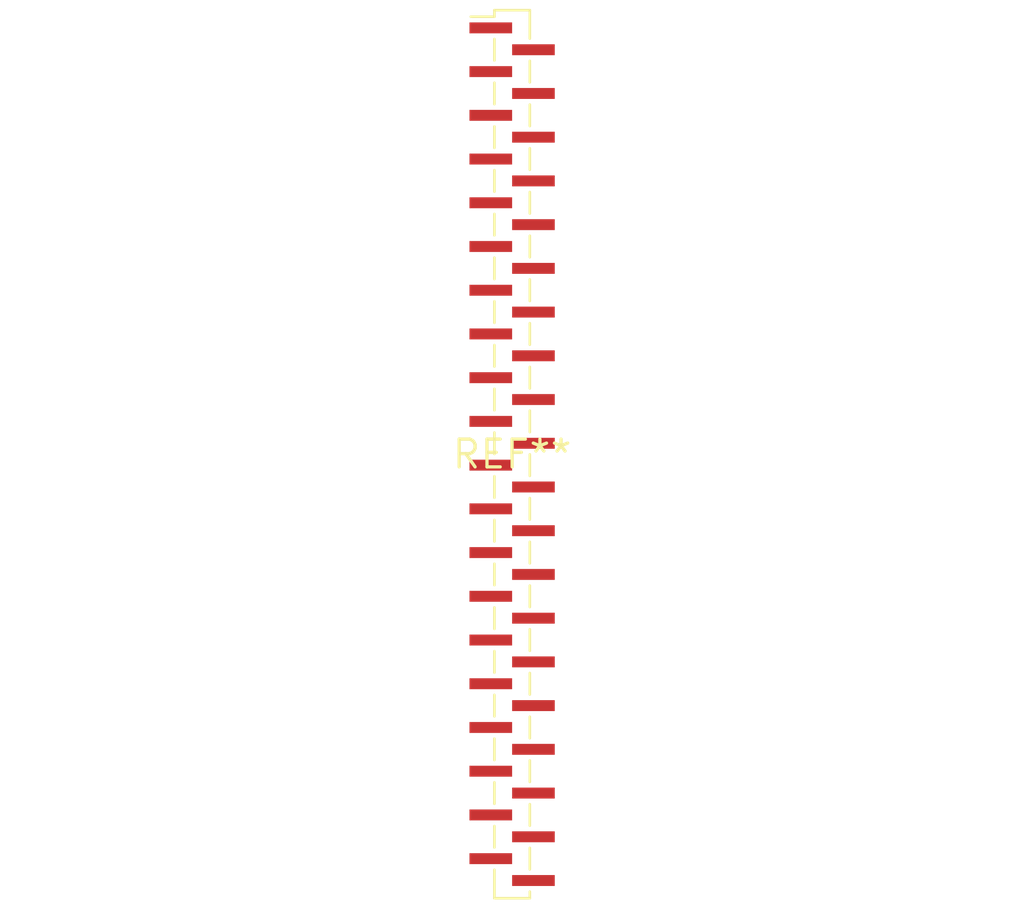
<source format=kicad_pcb>
(kicad_pcb (version 20240108) (generator pcbnew)
  (layers (0 "F.Cu" signal) (31 "B.Cu" signal) (34 "B.Paste" user) (35 "F.Paste" user) (36 "B.SilkS" user "B.Silkscreen") (37 "F.SilkS" user "F.Silkscreen") (38 "B.Mask" user) (39 "F.Mask" user) (44 "Edge.Cuts" user))
  (net 0 "")
  (footprint "PinSocket_1x40_P1.00mm_Vertical_SMD_Pin1Left" (layer "F.Cu") (at 0 0)
    (property "Reference" "REF**")
    (property "Value" "PinSocket_1x40_P1.00mm_Vertical_SMD_Pin1Left")
    (fp_line (start -1.89 -20.01) (end -0.81 -20.01) (layer "F.SilkS") (stroke (width 0.12)))
    (fp_line (start -0.81 -20.31) (end -0.81 -20.01) (layer "F.SilkS") (stroke (width 0.12)))
    (fp_line (start -0.81 -20.31) (end 0.81 -20.31) (layer "F.SilkS") (stroke (width 0.12)))
    (fp_line (start -0.81 -18.99) (end -0.81 -18.01) (layer "F.SilkS") (stroke (width 0.12)))
    (fp_line (start -0.81 -16.99) (end -0.81 -16.01) (layer "F.SilkS") (stroke (width 0.12)))
    (fp_line (start -0.81 -14.99) (end -0.81 -14.01) (layer "F.SilkS") (stroke (width 0.12)))
    (fp_line (start -0.81 -12.99) (end -0.81 -12.01) (layer "F.SilkS") (stroke (width 0.12)))
    (fp_line (start -0.81 -10.99) (end -0.81 -10.01) (layer "F.SilkS") (stroke (width 0.12)))
    (fp_line (start -0.81 -8.99) (end -0.81 -8.01) (layer "F.SilkS") (stroke (width 0.12)))
    (fp_line (start -0.81 -6.99) (end -0.81 -6.01) (layer "F.SilkS") (stroke (width 0.12)))
    (fp_line (start -0.81 -4.99) (end -0.81 -4.01) (layer "F.SilkS") (stroke (width 0.12)))
    (fp_line (start -0.81 -2.99) (end -0.81 -2.01) (layer "F.SilkS") (stroke (width 0.12)))
    (fp_line (start -0.81 -0.99) (end -0.81 -0.01) (layer "F.SilkS") (stroke (width 0.12)))
    (fp_line (start -0.81 1.01) (end -0.81 1.99) (layer "F.SilkS") (stroke (width 0.12)))
    (fp_line (start -0.81 3.01) (end -0.81 3.99) (layer "F.SilkS") (stroke (width 0.12)))
    (fp_line (start -0.81 5.01) (end -0.81 5.99) (layer "F.SilkS") (stroke (width 0.12)))
    (fp_line (start -0.81 7.01) (end -0.81 7.99) (layer "F.SilkS") (stroke (width 0.12)))
    (fp_line (start -0.81 9.01) (end -0.81 9.99) (layer "F.SilkS") (stroke (width 0.12)))
    (fp_line (start -0.81 11.01) (end -0.81 11.99) (layer "F.SilkS") (stroke (width 0.12)))
    (fp_line (start -0.81 13.01) (end -0.81 13.99) (layer "F.SilkS") (stroke (width 0.12)))
    (fp_line (start -0.81 15.01) (end -0.81 15.99) (layer "F.SilkS") (stroke (width 0.12)))
    (fp_line (start -0.81 17.01) (end -0.81 17.99) (layer "F.SilkS") (stroke (width 0.12)))
    (fp_line (start -0.81 19.01) (end -0.81 20.31) (layer "F.SilkS") (stroke (width 0.12)))
    (fp_line (start -0.81 20.31) (end 0.81 20.31) (layer "F.SilkS") (stroke (width 0.12)))
    (fp_line (start 0.81 -20.31) (end 0.81 -19.01) (layer "F.SilkS") (stroke (width 0.12)))
    (fp_line (start 0.81 -17.99) (end 0.81 -17.01) (layer "F.SilkS") (stroke (width 0.12)))
    (fp_line (start 0.81 -15.99) (end 0.81 -15.01) (layer "F.SilkS") (stroke (width 0.12)))
    (fp_line (start 0.81 -13.99) (end 0.81 -13.01) (layer "F.SilkS") (stroke (width 0.12)))
    (fp_line (start 0.81 -11.99) (end 0.81 -11.01) (layer "F.SilkS") (stroke (width 0.12)))
    (fp_line (start 0.81 -9.99) (end 0.81 -9.01) (layer "F.SilkS") (stroke (width 0.12)))
    (fp_line (start 0.81 -7.99) (end 0.81 -7.01) (layer "F.SilkS") (stroke (width 0.12)))
    (fp_line (start 0.81 -5.99) (end 0.81 -5.01) (layer "F.SilkS") (stroke (width 0.12)))
    (fp_line (start 0.81 -3.99) (end 0.81 -3.01) (layer "F.SilkS") (stroke (width 0.12)))
    (fp_line (start 0.81 -1.99) (end 0.81 -1.01) (layer "F.SilkS") (stroke (width 0.12)))
    (fp_line (start 0.81 0.01) (end 0.81 0.99) (layer "F.SilkS") (stroke (width 0.12)))
    (fp_line (start 0.81 2.01) (end 0.81 2.99) (layer "F.SilkS") (stroke (width 0.12)))
    (fp_line (start 0.81 4.01) (end 0.81 4.99) (layer "F.SilkS") (stroke (width 0.12)))
    (fp_line (start 0.81 6.01) (end 0.81 6.99) (layer "F.SilkS") (stroke (width 0.12)))
    (fp_line (start 0.81 8.01) (end 0.81 8.99) (layer "F.SilkS") (stroke (width 0.12)))
    (fp_line (start 0.81 10.01) (end 0.81 10.99) (layer "F.SilkS") (stroke (width 0.12)))
    (fp_line (start 0.81 12.01) (end 0.81 12.99) (layer "F.SilkS") (stroke (width 0.12)))
    (fp_line (start 0.81 14.01) (end 0.81 14.99) (layer "F.SilkS") (stroke (width 0.12)))
    (fp_line (start 0.81 16.01) (end 0.81 16.99) (layer "F.SilkS") (stroke (width 0.12)))
    (fp_line (start 0.81 18.01) (end 0.81 18.99) (layer "F.SilkS") (stroke (width 0.12)))
    (fp_line (start 0.81 20.01) (end 0.81 20.31) (layer "F.SilkS") (stroke (width 0.12)))
    (pad "1" smd rect (at -0.975 -19.5) (size 1.95 0.5) (layers "F.Cu" "F.Paste" "F.Mask"))
    (pad "2" smd rect (at 0.975 -18.5) (size 1.95 0.5) (layers "F.Cu" "F.Paste" "F.Mask"))
    (pad "3" smd rect (at -0.975 -17.5) (size 1.95 0.5) (layers "F.Cu" "F.Paste" "F.Mask"))
    (pad "4" smd rect (at 0.975 -16.5) (size 1.95 0.5) (layers "F.Cu" "F.Paste" "F.Mask"))
    (pad "5" smd rect (at -0.975 -15.5) (size 1.95 0.5) (layers "F.Cu" "F.Paste" "F.Mask"))
    (pad "6" smd rect (at 0.975 -14.5) (size 1.95 0.5) (layers "F.Cu" "F.Paste" "F.Mask"))
    (pad "7" smd rect (at -0.975 -13.5) (size 1.95 0.5) (layers "F.Cu" "F.Paste" "F.Mask"))
    (pad "8" smd rect (at 0.975 -12.5) (size 1.95 0.5) (layers "F.Cu" "F.Paste" "F.Mask"))
    (pad "9" smd rect (at -0.975 -11.5) (size 1.95 0.5) (layers "F.Cu" "F.Paste" "F.Mask"))
    (pad "10" smd rect (at 0.975 -10.5) (size 1.95 0.5) (layers "F.Cu" "F.Paste" "F.Mask"))
    (pad "11" smd rect (at -0.975 -9.5) (size 1.95 0.5) (layers "F.Cu" "F.Paste" "F.Mask"))
    (pad "12" smd rect (at 0.975 -8.5) (size 1.95 0.5) (layers "F.Cu" "F.Paste" "F.Mask"))
    (pad "13" smd rect (at -0.975 -7.5) (size 1.95 0.5) (layers "F.Cu" "F.Paste" "F.Mask"))
    (pad "14" smd rect (at 0.975 -6.5) (size 1.95 0.5) (layers "F.Cu" "F.Paste" "F.Mask"))
    (pad "15" smd rect (at -0.975 -5.5) (size 1.95 0.5) (layers "F.Cu" "F.Paste" "F.Mask"))
    (pad "16" smd rect (at 0.975 -4.5) (size 1.95 0.5) (layers "F.Cu" "F.Paste" "F.Mask"))
    (pad "17" smd rect (at -0.975 -3.5) (size 1.95 0.5) (layers "F.Cu" "F.Paste" "F.Mask"))
    (pad "18" smd rect (at 0.975 -2.5) (size 1.95 0.5) (layers "F.Cu" "F.Paste" "F.Mask"))
    (pad "19" smd rect (at -0.975 -1.5) (size 1.95 0.5) (layers "F.Cu" "F.Paste" "F.Mask"))
    (pad "20" smd rect (at 0.975 -0.5) (size 1.95 0.5) (layers "F.Cu" "F.Paste" "F.Mask"))
    (pad "21" smd rect (at -0.975 0.5) (size 1.95 0.5) (layers "F.Cu" "F.Paste" "F.Mask"))
    (pad "22" smd rect (at 0.975 1.5) (size 1.95 0.5) (layers "F.Cu" "F.Paste" "F.Mask"))
    (pad "23" smd rect (at -0.975 2.5) (size 1.95 0.5) (layers "F.Cu" "F.Paste" "F.Mask"))
    (pad "24" smd rect (at 0.975 3.5) (size 1.95 0.5) (layers "F.Cu" "F.Paste" "F.Mask"))
    (pad "25" smd rect (at -0.975 4.5) (size 1.95 0.5) (layers "F.Cu" "F.Paste" "F.Mask"))
    (pad "26" smd rect (at 0.975 5.5) (size 1.95 0.5) (layers "F.Cu" "F.Paste" "F.Mask"))
    (pad "27" smd rect (at -0.975 6.5) (size 1.95 0.5) (layers "F.Cu" "F.Paste" "F.Mask"))
    (pad "28" smd rect (at 0.975 7.5) (size 1.95 0.5) (layers "F.Cu" "F.Paste" "F.Mask"))
    (pad "29" smd rect (at -0.975 8.5) (size 1.95 0.5) (layers "F.Cu" "F.Paste" "F.Mask"))
    (pad "30" smd rect (at 0.975 9.5) (size 1.95 0.5) (layers "F.Cu" "F.Paste" "F.Mask"))
    (pad "31" smd rect (at -0.975 10.5) (size 1.95 0.5) (layers "F.Cu" "F.Paste" "F.Mask"))
    (pad "32" smd rect (at 0.975 11.5) (size 1.95 0.5) (layers "F.Cu" "F.Paste" "F.Mask"))
    (pad "33" smd rect (at -0.975 12.5) (size 1.95 0.5) (layers "F.Cu" "F.Paste" "F.Mask"))
    (pad "34" smd rect (at 0.975 13.5) (size 1.95 0.5) (layers "F.Cu" "F.Paste" "F.Mask"))
    (pad "35" smd rect (at -0.975 14.5) (size 1.95 0.5) (layers "F.Cu" "F.Paste" "F.Mask"))
    (pad "36" smd rect (at 0.975 15.5) (size 1.95 0.5) (layers "F.Cu" "F.Paste" "F.Mask"))
    (pad "37" smd rect (at -0.975 16.5) (size 1.95 0.5) (layers "F.Cu" "F.Paste" "F.Mask"))
    (pad "38" smd rect (at 0.975 17.5) (size 1.95 0.5) (layers "F.Cu" "F.Paste" "F.Mask"))
    (pad "39" smd rect (at -0.975 18.5) (size 1.95 0.5) (layers "F.Cu" "F.Paste" "F.Mask"))
    (pad "40" smd rect (at 0.975 19.5) (size 1.95 0.5) (layers "F.Cu" "F.Paste" "F.Mask"))
  )
)
</source>
